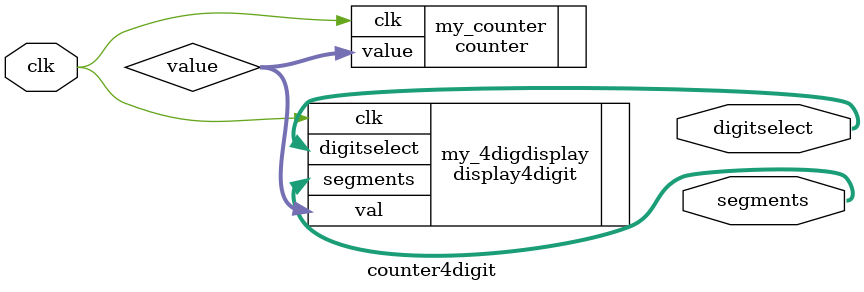
<source format=sv>
`timescale 1ns / 1ps

`default_nettype none
module counter4digit(
    input wire clk,
    output wire [7:0] digitselect,
    output wire [7:0] segments
);
    
    wire [15:0] value;
    counter my_counter (
        .clk(clk),
        .value(value)
    );

    display4digit my_4digdisplay (
        .clk(clk),     
        .val(value),
        .segments(segments),
        .digitselect(digitselect) 
    );
   
endmodule

</source>
